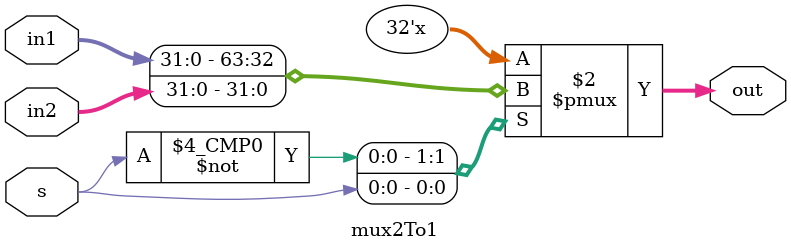
<source format=v>
`timescale 1ns / 1ps

module mux2To1(
    input [31:0] in1, in2,
    output reg [31:0] out,
    input s
    );
    always @(*) begin 
        case(s)
        1'b0: out <= in1;
        1'b1: out <= in2;
        default: out <= 32'b0;
        endcase
    end
endmodule
</source>
